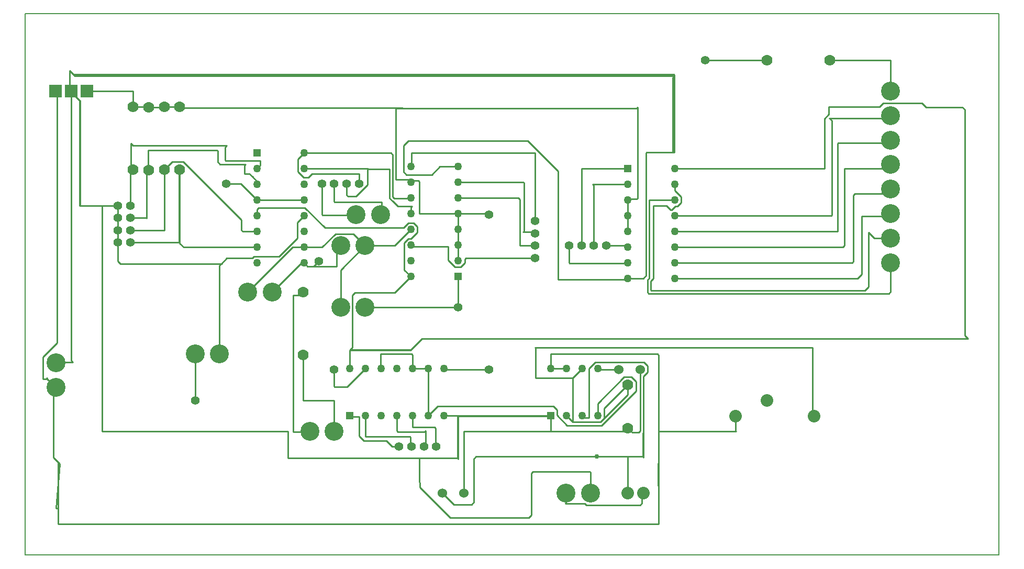
<source format=gbr>
G04 PROTEUS GERBER X2 FILE*
%TF.GenerationSoftware,Labcenter,Proteus,8.11-SP0-Build30052*%
%TF.CreationDate,2023-05-22T14:03:23+00:00*%
%TF.FileFunction,Copper,L1,Top*%
%TF.FilePolarity,Positive*%
%TF.Part,Single*%
%TF.SameCoordinates,{9aae922a-4e75-4b79-837c-5e4d9500d0df}*%
%FSLAX45Y45*%
%MOMM*%
G01*
%TA.AperFunction,Conductor*%
%ADD10C,0.254000*%
%TA.AperFunction,ViaPad*%
%ADD11C,0.762000*%
%TA.AperFunction,ComponentPad*%
%ADD12C,3.048000*%
%TA.AperFunction,ComponentPad*%
%ADD13R,2.032000X2.032000*%
%TA.AperFunction,WasherPad*%
%ADD14C,1.397000*%
%TA.AperFunction,ComponentPad*%
%ADD15C,1.778000*%
%TA.AperFunction,ComponentPad*%
%ADD16R,1.270000X1.270000*%
%ADD17C,1.270000*%
%TA.AperFunction,ComponentPad*%
%ADD18C,1.524000*%
%ADD19C,2.032000*%
%TA.AperFunction,Profile*%
%ADD70C,0.203200*%
%TD.AperFunction*%
D10*
X-13250000Y+11734000D02*
X-13016000Y+11734000D01*
X-13000000Y+11750000D01*
X-12750000Y+11750000D01*
X-13500000Y+11750000D02*
X-13266000Y+11750000D01*
X-13250000Y+11734000D01*
X-13500000Y+11750000D02*
X-13500000Y+12000000D01*
X-14246000Y+12000000D01*
X-13750000Y+10150000D02*
X-13750000Y+9950000D01*
X-13750000Y+9750000D01*
X-13750000Y+9550000D01*
X-14500000Y+11985912D02*
X-14500000Y+7636728D01*
X-14480909Y+7617637D01*
X-14736123Y+7617637D01*
X-14750000Y+7603760D01*
X-14750000Y+7207520D02*
X-14889722Y+7347242D01*
X-14889722Y+7362406D01*
X-14907361Y+7344767D01*
X-14960278Y+7344767D01*
X-14960278Y+7697545D01*
X-14730972Y+7926851D01*
X-14730972Y+11976972D01*
X-14754000Y+12000000D01*
X-8250000Y+9254000D02*
X-8250000Y+9508000D01*
X-8250000Y+9762000D01*
X-8250000Y+10016000D01*
X-7000000Y+9900000D02*
X-7000000Y+11000000D01*
X-9000000Y+11000000D01*
X-9000000Y+10790000D01*
X-9012000Y+10778000D01*
X-8250000Y+10524000D02*
X-7190501Y+10524000D01*
X-7177616Y+10511115D01*
X-7177616Y+9734461D01*
X-7192270Y+9719807D01*
X-7019807Y+9719807D01*
X-7000000Y+9700000D01*
X-8250000Y+10270000D02*
X-7270000Y+10270000D01*
X-7250000Y+10250000D01*
X-7250000Y+9500000D01*
X-7000000Y+9500000D01*
X-8250000Y+10016000D02*
X-8870807Y+10016000D01*
X-8872576Y+10017769D01*
X-8872576Y+10535538D01*
X-8887230Y+10550192D01*
X-8985808Y+10550192D01*
X-9012000Y+10524000D01*
X-7000000Y+9300000D02*
X-8120077Y+9300000D01*
X-8135000Y+9285077D01*
X-8135000Y+9225374D01*
X-8207907Y+9152467D01*
X-8295466Y+9152467D01*
X-8408538Y+9265539D01*
X-8408538Y+9485347D01*
X-8989347Y+9485347D01*
X-9012000Y+9508000D01*
X-9145245Y+11725008D02*
X-9152565Y+11732328D01*
X-12732328Y+11732328D01*
X-12750000Y+11750000D01*
X-5500000Y+9734000D02*
X-5500000Y+9988000D01*
X-5500000Y+10242000D01*
X-5487000Y+10255000D01*
X-5500000Y+10242000D01*
X-9145245Y+11725008D02*
X-5359992Y+11725008D01*
X-5345000Y+11740000D01*
X-5345000Y+10265000D01*
X-5355000Y+10255000D01*
X-5487000Y+10255000D01*
X-6450000Y+9500000D02*
X-6450000Y+9221581D01*
X-6440872Y+9212453D01*
X-5513547Y+9212453D01*
X-5500000Y+9226000D01*
X-5850000Y+9500000D02*
X-5520000Y+9500000D01*
X-5500000Y+9480000D01*
X-6250000Y+9500000D02*
X-6250000Y+10750000D01*
X-5500000Y+10750000D01*
X-6050000Y+9500000D02*
X-6050000Y+10479541D01*
X-6066604Y+10496145D01*
X-5500145Y+10496145D01*
X-5500000Y+10496000D01*
X-8730000Y+6750000D02*
X-8730000Y+7512000D01*
X-8984000Y+7512000D01*
X-8984000Y+7734000D01*
X-9000000Y+7750000D01*
X-9500000Y+7750000D01*
X-9500000Y+7520000D01*
X-9492000Y+7512000D01*
X-13750000Y+10150000D02*
X-14000000Y+10150000D01*
X-5500000Y+8972000D02*
X-5250980Y+8972000D01*
X-5206473Y+9016507D01*
X-5206473Y+11000363D01*
X-5198172Y+11008664D01*
X-4750000Y+11008664D01*
X-9012000Y+10524000D02*
X-9056466Y+10568466D01*
X-9250000Y+10568466D01*
X-9250000Y+11725008D01*
X-9145245Y+11725008D01*
X-11500000Y+10746000D02*
X-11447901Y+10798099D01*
X-11447901Y+10877934D01*
X-12005868Y+10877934D01*
X-12014196Y+10886262D01*
X-12014196Y+11094459D01*
X-11989213Y+11119442D01*
X-13504884Y+11119442D01*
X-13538196Y+11152754D01*
X-13538196Y+10695804D01*
X-11000000Y+6500000D02*
X-14000000Y+6500000D01*
X-14000000Y+10150000D01*
X-14360061Y+10150000D01*
X-14360061Y+11845973D01*
X-14365557Y+11851469D01*
X-14500000Y+11985912D01*
X-14500000Y+12000000D01*
X-14360061Y+10150000D02*
X-14365557Y+10144504D01*
X-14365557Y+11851469D01*
X-9012000Y+7814505D02*
X-9009396Y+7811901D01*
X-9996868Y+7811901D01*
X-9996868Y+7515132D01*
X-10000000Y+7512000D01*
X-10738000Y+11000000D02*
X-9332734Y+11000000D01*
X-9302675Y+10969941D01*
X-9302675Y+10289852D01*
X-9280131Y+10267308D01*
X-9014692Y+10267308D01*
X-9012000Y+10270000D01*
X-11500000Y+10492000D02*
X-11500000Y+10539416D01*
X-11577400Y+10616816D01*
X-11622960Y+10662376D01*
X-11696996Y+10662376D01*
X-11696996Y+10799058D01*
X-11679911Y+10816143D01*
X-12095651Y+10816143D01*
X-12135516Y+10856008D01*
X-12135516Y+11032556D01*
X-12146906Y+11043946D01*
X-13257443Y+11043946D01*
X-13257443Y+10725443D01*
X-13250000Y+10718000D01*
X-13550000Y+9750000D02*
X-13000000Y+9750000D01*
X-13000000Y+10734000D01*
X-13550000Y+9950000D02*
X-13285426Y+9950000D01*
X-13280224Y+9944798D01*
X-13280224Y+10687776D01*
X-13250000Y+10718000D01*
X-13550000Y+10150000D02*
X-13550000Y+10684000D01*
X-13538196Y+10695804D01*
X-13500000Y+10734000D01*
X-11500000Y+9476000D02*
X-12686134Y+9476000D01*
X-12750582Y+9540448D01*
X-12760134Y+9550000D01*
X-12760134Y+10723866D01*
X-12750582Y+10733418D01*
X-12750000Y+10734000D01*
X-13550000Y+9550000D02*
X-12760134Y+9550000D01*
X-12750582Y+9540448D02*
X-12750582Y+10733418D01*
X-11500000Y+9730000D02*
X-11730000Y+9730000D01*
X-11750000Y+9750000D01*
X-11750000Y+9921868D01*
X-12689836Y+10861704D01*
X-12872296Y+10861704D01*
X-13000000Y+10734000D01*
X-4750000Y+11008664D02*
X-4759996Y+11010624D01*
X-4768058Y+11016006D01*
X-4773440Y+11024068D01*
X-4775400Y+11034064D01*
X-4775400Y+12224600D01*
X-4750000Y+12250000D01*
X-4751960Y+12259996D01*
X-4757342Y+12268058D01*
X-4765404Y+12273440D01*
X-4775400Y+12275400D01*
X-14472361Y+12275400D01*
X-14524313Y+12327352D01*
X-14524313Y+12024313D01*
X-14500000Y+12000000D01*
X-4750000Y+11008664D02*
X-4750000Y+12250000D01*
X-14446961Y+12250000D01*
X-14472361Y+12275400D01*
X-1250000Y+9226320D02*
X-1250000Y+8753753D01*
X-1279794Y+8723959D01*
X-5160557Y+8723959D01*
X-5182903Y+8746305D01*
X-5182903Y+8947420D01*
X-5155709Y+8974614D01*
X-5155709Y+10243490D01*
X-4739490Y+10243490D01*
X-4738000Y+10242000D01*
X-1250000Y+9622560D02*
X-1515462Y+9622560D01*
X-1607536Y+9714634D01*
X-1607536Y+8834287D01*
X-1667126Y+8774697D01*
X-5123306Y+8774697D01*
X-5132158Y+8783549D01*
X-5132158Y+8923679D01*
X-5086070Y+8969767D01*
X-5086070Y+10146657D01*
X-4877507Y+10146657D01*
X-4810469Y+10079619D01*
X-4788123Y+10079619D01*
X-4728533Y+10139209D01*
X-4697207Y+10139209D01*
X-4636357Y+10200059D01*
X-4636357Y+10292839D01*
X-4738000Y+10394482D01*
X-4738000Y+10496000D01*
X-4738000Y+8972000D02*
X-1784070Y+8972000D01*
X-1719266Y+9036804D01*
X-1719266Y+9975338D01*
X-1293462Y+9975338D01*
X-1250000Y+10018800D01*
X-4738000Y+9226000D02*
X-1872710Y+9226000D01*
X-1853343Y+9245367D01*
X-1853343Y+10317977D01*
X-1830997Y+10340323D01*
X-1324717Y+10340323D01*
X-1250000Y+10415040D01*
X-4738000Y+9480000D02*
X-2020000Y+9480000D01*
X-2000000Y+9500000D01*
X-2000000Y+10750000D01*
X-1311280Y+10750000D01*
X-1250000Y+10811280D01*
X-4738000Y+9734000D02*
X-2109578Y+9734000D01*
X-2106598Y+9736980D01*
X-2106598Y+11152228D01*
X-2099149Y+11159677D01*
X-1297843Y+11159677D01*
X-1250000Y+11207520D01*
X-4738000Y+9988000D02*
X-2205666Y+9988000D01*
X-2203431Y+9990235D01*
X-2203431Y+11524663D01*
X-2240674Y+11561906D01*
X-1291854Y+11561906D01*
X-1250000Y+11603760D01*
X-4738000Y+10750000D02*
X-2500000Y+10750000D01*
X-2323960Y+10750000D01*
X-2318931Y+10744971D01*
X-2318931Y+11555464D01*
X-2250000Y+11624395D01*
X-2250000Y+11750000D01*
X-1429584Y+11750000D01*
X-1372583Y+11807001D01*
X-745398Y+11807001D01*
X-679248Y+11740851D01*
X-89066Y+11740851D01*
X-50715Y+11702500D01*
X-50715Y+8050715D01*
X+0Y+8000000D01*
X-8826505Y+8000000D01*
X-9012000Y+7814505D01*
X-6750000Y+6500000D02*
X-6750000Y+6750000D01*
X-5650000Y+7500000D02*
X-5976000Y+7500000D01*
X-5988000Y+7512000D01*
X-5300000Y+7500000D02*
X-5300000Y+6502973D01*
X-5325264Y+6477709D01*
X-5427709Y+6477709D01*
X-5500000Y+6550000D01*
X-5988000Y+6750000D02*
X-5988000Y+6949025D01*
X-5560065Y+7376960D01*
X-5443916Y+7376960D01*
X-5369794Y+7302838D01*
X-5369794Y+7150520D01*
X-5929199Y+6591115D01*
X-6482356Y+6591115D01*
X-6648452Y+6757211D01*
X-6648452Y+6846426D01*
X-6708017Y+6905991D01*
X-8574009Y+6905991D01*
X-8730000Y+6750000D01*
X-5500000Y+7250000D02*
X-5882550Y+6867450D01*
X-5882550Y+6709472D01*
X-5945671Y+6646351D01*
X-6392351Y+6646351D01*
X-6496000Y+6750000D02*
X-6392351Y+6646351D01*
X-5882550Y+6709472D02*
X-5500000Y+7092022D01*
X-5500000Y+7250000D01*
X-5259587Y+6087315D02*
X-5259587Y+6470780D01*
X-5249091Y+6481276D01*
X-5249091Y+7383554D01*
X-5180868Y+7451777D01*
X-5180868Y+7551487D01*
X-5243843Y+7614462D01*
X-6029154Y+7614462D01*
X-6130744Y+7512872D01*
X-6130744Y+6717066D01*
X-6209066Y+6717066D01*
X-6242000Y+6750000D01*
X-5259587Y+6087315D02*
X-5249091Y+6076819D01*
X-5249091Y+6481276D01*
X-3758000Y+6746000D02*
X-3758000Y+6508000D01*
X-3750000Y+6500000D01*
X-5000000Y+6500000D01*
X-5000000Y+6000000D01*
X-14716202Y+6000000D02*
X-14790277Y+6074075D01*
X-14790277Y+7055120D01*
X-14750000Y+7207520D01*
X-6750000Y+7512000D02*
X-6750000Y+7750000D01*
X-5023982Y+7750000D01*
X-5000000Y+7726018D01*
X-5000000Y+6500000D01*
X-14790277Y+7055120D02*
X-14790277Y+7167243D01*
X-14750000Y+7207520D01*
X-6392351Y+7361649D02*
X-6989279Y+7361649D01*
X-6994302Y+7356626D01*
X-6994302Y+7840254D01*
X-7001919Y+7847871D01*
X-2515983Y+7847871D01*
X-2515983Y+6773983D01*
X-2488000Y+6746000D01*
X-6392351Y+6646351D02*
X-6392351Y+7361649D01*
X-6242000Y+7512000D01*
X-9850000Y+10500000D02*
X-9850000Y+10660525D01*
X-9851913Y+10662438D01*
X-10608425Y+10662438D01*
X-10671141Y+10599722D01*
X-10741698Y+10599722D01*
X-10839542Y+10697566D01*
X-10839542Y+10898458D01*
X-10738000Y+11000000D01*
X-9710803Y+10746000D02*
X-10738000Y+10746000D01*
X-8239364Y+6750000D02*
X-6750000Y+6750000D01*
X-8476000Y+6750000D02*
X-8239364Y+6750000D01*
X-6750000Y+6500000D02*
X-6393141Y+6500000D01*
X-11500000Y+10238000D02*
X-10738000Y+10238000D01*
X-9746000Y+6750000D02*
X-9746000Y+6412093D01*
X-9745758Y+6411851D01*
X-9024241Y+6411851D01*
X-9017712Y+6405322D01*
X-9017712Y+6267712D01*
X-9000000Y+6250000D01*
X-9238000Y+6750000D02*
X-9238000Y+6504813D01*
X-9220128Y+6486941D01*
X-8785911Y+6486941D01*
X-8769588Y+6503264D01*
X-8769588Y+6280412D01*
X-8800000Y+6250000D01*
X-8984000Y+6750000D02*
X-8984000Y+6570761D01*
X-8978534Y+6565295D01*
X-8625939Y+6565295D01*
X-8612880Y+6552236D01*
X-8612880Y+6262880D01*
X-8600000Y+6250000D01*
X-9200000Y+6250000D02*
X-9309854Y+6250000D01*
X-9405246Y+6345392D01*
X-9773362Y+6345392D01*
X-9846831Y+6418861D01*
X-9846831Y+6738052D01*
X-9988052Y+6738052D01*
X-10000000Y+6750000D01*
X-10750000Y+7734000D02*
X-10750000Y+7000000D01*
X-10250000Y+7000000D01*
X-10250000Y+6500000D01*
X-10750000Y+8750000D02*
X-10800208Y+8699792D01*
X-10910326Y+8699792D01*
X-10910326Y+6492060D01*
X-10654180Y+6492060D01*
X-10646240Y+6500000D01*
X-6496000Y+7512000D02*
X-6750000Y+7512000D01*
X-5000000Y+6000000D02*
X-5000000Y+5250000D01*
X-14716202Y+5250000D02*
X-14716202Y+5663697D01*
X-14716202Y+6000000D01*
X-5000000Y+6000000D02*
X-5001960Y+5990004D01*
X-5007342Y+5981942D01*
X-5015404Y+5976560D01*
X-5000000Y+5250000D01*
X-14716202Y+5250000D02*
X-14750000Y+5250000D01*
X-14716202Y+5663697D01*
X-14690802Y+5974600D01*
X-14716202Y+6000000D01*
X-8150000Y+5500000D02*
X-8150000Y+6493141D01*
X-8143141Y+6500000D01*
X-6750000Y+6500000D01*
X-5500000Y+6087315D02*
X-6000000Y+6087315D01*
X-7250000Y+6087315D01*
X-5500000Y+6087315D02*
X-5259587Y+6087315D01*
X-5500000Y+5500000D02*
X-5500000Y+6087315D01*
X-6500000Y+5500000D02*
X-6500000Y+5343685D01*
X-6514503Y+5329182D01*
X-6193856Y+5329182D01*
X-6171575Y+5306901D01*
X-5303919Y+5306901D01*
X-5274211Y+5336609D01*
X-5274211Y+5471789D01*
X-5246000Y+5500000D01*
X-5500000Y+6550000D02*
X-5550000Y+6500000D01*
X-6393141Y+6500000D02*
X-5550000Y+6500000D01*
X-7250000Y+6087315D02*
X-7954732Y+6087315D01*
X-7992457Y+6049590D01*
X-7992457Y+5351462D01*
X-8029591Y+5314328D01*
X-8314328Y+5314328D01*
X-8500000Y+5500000D01*
X-5000000Y+5250000D02*
X-5000000Y+5000000D01*
X-14716202Y+5000000D01*
X-14716202Y+5250000D01*
X-6103760Y+5500000D02*
X-6103760Y+5831946D01*
X-6113451Y+5841637D01*
X-7034386Y+5841637D01*
X-7056667Y+5819356D01*
X-7056667Y+5143510D01*
X-7101229Y+5098948D01*
X-8371229Y+5098948D01*
X-8861403Y+5589122D01*
X-8861403Y+5670818D01*
X-8868830Y+5678245D01*
X-8868830Y+6054643D01*
X-8861403Y+6062070D01*
X-8255946Y+6062070D01*
X-8255946Y+6733418D01*
X-8244590Y+6744774D01*
X-6755226Y+6744774D01*
X-6750000Y+6750000D01*
X-11000000Y+6500000D02*
X-11000000Y+6064943D01*
X-10997127Y+6062070D01*
X-8861403Y+6062070D01*
X-8255946Y+6062070D02*
X-8244590Y+6050714D01*
X-8244590Y+6744774D01*
X-8239364Y+6750000D01*
X-8250000Y+10778000D02*
X-8542485Y+10778000D01*
X-8673333Y+10647152D01*
X-9081272Y+10647152D01*
X-9127454Y+10693334D01*
X-9127454Y+11116666D01*
X-9050484Y+11193636D01*
X-7117818Y+11193636D01*
X-6626455Y+10702273D01*
X-6626455Y+8956024D01*
X-5515976Y+8956024D01*
X-5500000Y+8972000D01*
X-7750000Y+7500000D02*
X-8464000Y+7500000D01*
X-8476000Y+7512000D01*
X-12000000Y+10500000D02*
X-11762000Y+10500000D01*
X-11500000Y+10238000D01*
X-9012000Y+10016000D02*
X-9012000Y+10118741D01*
X-8994815Y+10135926D01*
X-9222161Y+10135926D01*
X-9308396Y+10222161D01*
X-9308396Y+10223790D01*
X-9353418Y+10268812D01*
X-9353418Y+10739769D01*
X-9704572Y+10739769D01*
X-9710803Y+10746000D01*
X-9710803Y+10486049D01*
X-9898951Y+10297901D01*
X-10028302Y+10297901D01*
X-10050000Y+10319599D01*
X-10050000Y+10500000D01*
X-10450000Y+10500000D02*
X-10450000Y+10003052D01*
X-10442324Y+9995376D01*
X-9900864Y+9995376D01*
X-9896240Y+10000000D01*
X-10250000Y+10500000D02*
X-10250000Y+10211266D01*
X-10246939Y+10208205D01*
X-9489824Y+10208205D01*
X-9486335Y+10204716D01*
X-9486335Y+10013665D01*
X-9500000Y+10000000D01*
X-12077061Y+9205137D02*
X-13705137Y+9205137D01*
X-13750000Y+9250000D01*
X-13750000Y+9550000D01*
X-12103760Y+7750000D02*
X-12103760Y+9178438D01*
X-12077061Y+9205137D01*
X-11646240Y+8750000D02*
X-10920240Y+9476000D01*
X-10738000Y+9476000D01*
X-11250000Y+8750000D02*
X-10778000Y+9222000D01*
X-10738000Y+9222000D01*
X-9750000Y+9500000D02*
X-9274000Y+9500000D01*
X-9012000Y+9762000D01*
X-9750000Y+9500000D02*
X-10146240Y+9103760D01*
X-10146240Y+8500000D01*
X-10738000Y+9476000D02*
X-10445328Y+9476000D01*
X-10228358Y+9692970D01*
X-9942970Y+9692970D01*
X-9750000Y+9500000D01*
X-12500000Y+7000000D02*
X-12500000Y+7750000D01*
X-10250000Y+7500000D02*
X-10250000Y+7221973D01*
X-10246568Y+7218541D01*
X-10039459Y+7218541D01*
X-9746000Y+7512000D01*
X-12077061Y+9205137D02*
X-11985962Y+9296236D01*
X-11956021Y+9296236D01*
X-11573655Y+9296236D01*
X-11546387Y+9323504D01*
X-11144474Y+9323504D01*
X-11143962Y+9324016D01*
X-10843064Y+9624914D01*
X-10843064Y+9878936D01*
X-10738000Y+9984000D01*
X-2234000Y+12500000D02*
X-1250000Y+12500000D01*
X-1250000Y+12000000D01*
X-11500000Y+9984000D02*
X-11500000Y+10086813D01*
X-11474388Y+10112425D01*
X-10722808Y+10112425D01*
X-10398252Y+9787869D01*
X-9129720Y+9787869D01*
X-9054050Y+9863539D01*
X-8969982Y+9863539D01*
X-8910494Y+9804051D01*
X-8910494Y+9712986D01*
X-9009648Y+9613832D01*
X-9049724Y+9613832D01*
X-9117832Y+9545724D01*
X-9117832Y+9105832D01*
X-9012000Y+9000000D01*
X-10738000Y+9222000D02*
X-10683763Y+9167763D01*
X-10582237Y+9167763D01*
X-10500000Y+9250000D01*
X-10582237Y+9167763D02*
X-10210473Y+9167763D01*
X-10210473Y+9435767D01*
X-10146240Y+9500000D01*
X-8250000Y+8500000D02*
X-8250000Y+9000000D01*
X-9750000Y+8500000D02*
X-8250000Y+8500000D01*
X-9012000Y+9000000D02*
X-9274817Y+8737183D01*
X-9914195Y+8737183D01*
X-9953267Y+8698111D01*
X-9953267Y+7855502D01*
X-9994264Y+7814505D01*
X-9996868Y+7811901D01*
X-10000000Y+7808769D01*
X-10000000Y+7512000D01*
X-9994264Y+7814505D02*
X-9012000Y+7814505D01*
X-3250000Y+12500000D02*
X-4250000Y+12500000D01*
X-8250000Y+10016000D02*
X-7766000Y+10016000D01*
X-7750000Y+10000000D01*
D11*
X-6000000Y+6087315D03*
D12*
X-14750000Y+7603760D03*
X-14750000Y+7207520D03*
D13*
X-14754000Y+12000000D03*
X-14500000Y+12000000D03*
X-14246000Y+12000000D03*
D14*
X-13750000Y+10150000D03*
X-13550000Y+10150000D03*
X-13750000Y+9950000D03*
X-13550000Y+9950000D03*
X-13750000Y+9750000D03*
X-13550000Y+9750000D03*
X-13750000Y+9550000D03*
X-13550000Y+9550000D03*
D15*
X-13500000Y+11750000D03*
X-13500000Y+10734000D03*
X-13250000Y+11734000D03*
X-13250000Y+10718000D03*
X-13000000Y+11750000D03*
X-13000000Y+10734000D03*
X-12750000Y+11750000D03*
X-12750000Y+10734000D03*
D16*
X-8250000Y+9000000D03*
D17*
X-8250000Y+9254000D03*
X-8250000Y+9508000D03*
X-8250000Y+9762000D03*
X-8250000Y+10016000D03*
X-8250000Y+10270000D03*
X-8250000Y+10524000D03*
X-8250000Y+10778000D03*
X-9012000Y+10778000D03*
X-9012000Y+10524000D03*
X-9012000Y+10270000D03*
X-9012000Y+10016000D03*
X-9012000Y+9762000D03*
X-9012000Y+9508000D03*
X-9012000Y+9254000D03*
X-9012000Y+9000000D03*
D14*
X-7000000Y+9900000D03*
X-7000000Y+9700000D03*
X-7000000Y+9500000D03*
X-7000000Y+9300000D03*
D16*
X-5500000Y+10750000D03*
D17*
X-5500000Y+10496000D03*
X-5500000Y+10242000D03*
X-5500000Y+9988000D03*
X-5500000Y+9734000D03*
X-5500000Y+9480000D03*
X-5500000Y+9226000D03*
X-5500000Y+8972000D03*
X-4738000Y+8972000D03*
X-4738000Y+9226000D03*
X-4738000Y+9480000D03*
X-4738000Y+9734000D03*
X-4738000Y+9988000D03*
X-4738000Y+10242000D03*
X-4738000Y+10496000D03*
X-4738000Y+10750000D03*
D14*
X-6450000Y+9500000D03*
X-6250000Y+9500000D03*
X-6050000Y+9500000D03*
X-5850000Y+9500000D03*
D16*
X-10000000Y+6750000D03*
D17*
X-9746000Y+6750000D03*
X-9492000Y+6750000D03*
X-9238000Y+6750000D03*
X-8984000Y+6750000D03*
X-8730000Y+6750000D03*
X-8476000Y+6750000D03*
X-8476000Y+7512000D03*
X-8730000Y+7512000D03*
X-8984000Y+7512000D03*
X-9238000Y+7512000D03*
X-9492000Y+7512000D03*
X-9746000Y+7512000D03*
X-10000000Y+7512000D03*
D16*
X-11500000Y+11000000D03*
D17*
X-11500000Y+10746000D03*
X-11500000Y+10492000D03*
X-11500000Y+10238000D03*
X-11500000Y+9984000D03*
X-11500000Y+9730000D03*
X-11500000Y+9476000D03*
X-11500000Y+9222000D03*
X-10738000Y+9222000D03*
X-10738000Y+9476000D03*
X-10738000Y+9730000D03*
X-10738000Y+9984000D03*
X-10738000Y+10238000D03*
X-10738000Y+10492000D03*
X-10738000Y+10746000D03*
X-10738000Y+11000000D03*
D12*
X-1250000Y+12000000D03*
X-1250000Y+11603760D03*
X-1250000Y+11207520D03*
X-1250000Y+10811280D03*
X-1250000Y+10415040D03*
X-1250000Y+10018800D03*
X-1250000Y+9622560D03*
X-1250000Y+9226320D03*
D15*
X-3250000Y+12500000D03*
X-2234000Y+12500000D03*
D16*
X-6750000Y+6750000D03*
D17*
X-6496000Y+6750000D03*
X-6242000Y+6750000D03*
X-5988000Y+6750000D03*
X-5988000Y+7512000D03*
X-6242000Y+7512000D03*
X-6496000Y+7512000D03*
X-6750000Y+7512000D03*
D15*
X-5500000Y+7250000D03*
X-5500000Y+6550000D03*
D18*
X-5650000Y+7500000D03*
X-5300000Y+7500000D03*
X-8500000Y+5500000D03*
X-8150000Y+5500000D03*
D19*
X-5500000Y+5500000D03*
X-5246000Y+5500000D03*
D15*
X-10750000Y+8750000D03*
X-10750000Y+7734000D03*
D19*
X-2488000Y+6746000D03*
X-3758000Y+6746000D03*
X-3250000Y+7000000D03*
D12*
X-6500000Y+5500000D03*
X-6103760Y+5500000D03*
X-12500000Y+7750000D03*
X-12103760Y+7750000D03*
D14*
X-10450000Y+10500000D03*
X-10250000Y+10500000D03*
X-10050000Y+10500000D03*
X-9850000Y+10500000D03*
X-9200000Y+6250000D03*
X-9000000Y+6250000D03*
X-8800000Y+6250000D03*
X-8600000Y+6250000D03*
D12*
X-10646240Y+6500000D03*
X-10250000Y+6500000D03*
D14*
X-7750000Y+7500000D03*
X-12000000Y+10500000D03*
D12*
X-9896240Y+10000000D03*
X-9500000Y+10000000D03*
X-11646240Y+8750000D03*
X-11250000Y+8750000D03*
X-10146240Y+9500000D03*
X-9750000Y+9500000D03*
X-10146240Y+8500000D03*
X-9750000Y+8500000D03*
D14*
X-12500000Y+7000000D03*
X-10250000Y+7500000D03*
X-10500000Y+9250000D03*
X-8250000Y+8500000D03*
X-4250000Y+12500000D03*
X-7750000Y+10000000D03*
D70*
X-15250000Y+4500000D02*
X+500000Y+4500000D01*
X+500000Y+13250000D01*
X-15250000Y+13250000D01*
X-15250000Y+4500000D01*
M02*

</source>
